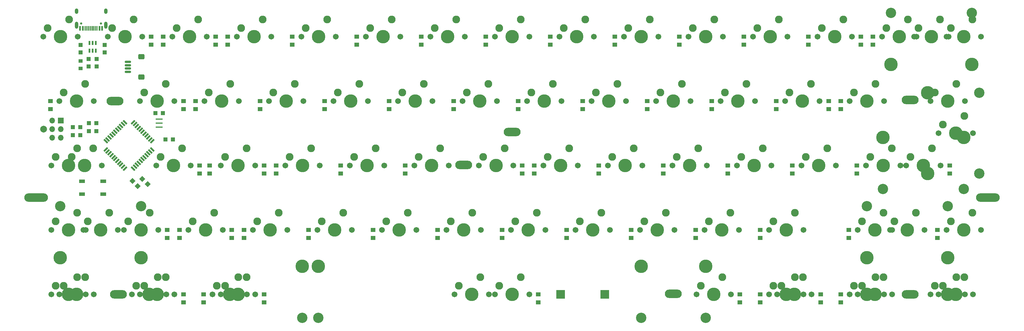
<source format=gbr>
G04 #@! TF.GenerationSoftware,KiCad,Pcbnew,(5.99.0-10216-g675444a646)*
G04 #@! TF.CreationDate,2021-04-25T23:19:06+08:00*
G04 #@! TF.ProjectId,plain60-flex-edition,706c6169-6e36-4302-9d66-6c65782d6564,rev?*
G04 #@! TF.SameCoordinates,Original*
G04 #@! TF.FileFunction,Soldermask,Bot*
G04 #@! TF.FilePolarity,Negative*
%FSLAX46Y46*%
G04 Gerber Fmt 4.6, Leading zero omitted, Abs format (unit mm)*
G04 Created by KiCad (PCBNEW (5.99.0-10216-g675444a646)) date 2021-04-25 23:19:06*
%MOMM*%
%LPD*%
G01*
G04 APERTURE LIST*
G04 Aperture macros list*
%AMRoundRect*
0 Rectangle with rounded corners*
0 $1 Rounding radius*
0 $2 $3 $4 $5 $6 $7 $8 $9 X,Y pos of 4 corners*
0 Add a 4 corners polygon primitive as box body*
4,1,4,$2,$3,$4,$5,$6,$7,$8,$9,$2,$3,0*
0 Add four circle primitives for the rounded corners*
1,1,$1+$1,$2,$3*
1,1,$1+$1,$4,$5*
1,1,$1+$1,$6,$7*
1,1,$1+$1,$8,$9*
0 Add four rect primitives between the rounded corners*
20,1,$1+$1,$2,$3,$4,$5,0*
20,1,$1+$1,$4,$5,$6,$7,0*
20,1,$1+$1,$6,$7,$8,$9,0*
20,1,$1+$1,$8,$9,$2,$3,0*%
%AMRotRect*
0 Rectangle, with rotation*
0 The origin of the aperture is its center*
0 $1 length*
0 $2 width*
0 $3 Rotation angle, in degrees counterclockwise*
0 Add horizontal line*
21,1,$1,$2,0,0,$3*%
G04 Aperture macros list end*
%ADD10C,2.286000*%
%ADD11C,1.701800*%
%ADD12C,3.987800*%
%ADD13C,3.048000*%
%ADD14O,7.000000X2.500000*%
%ADD15O,5.000000X2.500000*%
%ADD16R,1.400000X1.200000*%
%ADD17RotRect,1.500000X0.550000X315.000000*%
%ADD18RotRect,1.500000X0.550000X225.000000*%
%ADD19R,2.000000X0.400000*%
%ADD20R,1.700000X1.000000*%
%ADD21RotRect,1.200000X1.300000X135.000000*%
%ADD22C,2.000000*%
%ADD23R,1.300000X1.200000*%
%ADD24C,0.650000*%
%ADD25R,0.600000X1.450000*%
%ADD26R,0.300000X1.450000*%
%ADD27O,1.000000X2.100000*%
%ADD28O,1.000000X1.600000*%
%ADD29R,1.200000X1.250000*%
%ADD30R,1.300000X1.000000*%
%ADD31R,1.200000X1.300000*%
%ADD32R,0.600000X1.200000*%
%ADD33R,1.700000X1.700000*%
%ADD34O,1.700000X1.700000*%
%ADD35RoundRect,0.150000X-0.775000X0.150000X-0.775000X-0.150000X0.775000X-0.150000X0.775000X0.150000X0*%
%ADD36RoundRect,0.332800X-0.567200X0.467200X-0.567200X-0.467200X0.567200X-0.467200X0.567200X0.467200X0*%
%ADD37R,2.500000X2.500000*%
%ADD38RotRect,1.200000X1.250000X135.000000*%
G04 APERTURE END LIST*
D10*
X78740000Y-23495000D03*
X72390000Y-26035000D03*
D11*
X71120000Y-28575000D03*
X81280000Y-28575000D03*
D12*
X76200000Y-28575000D03*
D10*
X97790000Y-23495000D03*
X91440000Y-26035000D03*
D11*
X90170000Y-28575000D03*
X100330000Y-28575000D03*
D12*
X95250000Y-28575000D03*
D10*
X154940000Y-23495000D03*
X148590000Y-26035000D03*
D11*
X157480000Y-28575000D03*
X147320000Y-28575000D03*
D12*
X152400000Y-28575000D03*
D10*
X173990000Y-23495000D03*
X167640000Y-26035000D03*
D12*
X171450000Y-28575000D03*
D11*
X176530000Y-28575000D03*
X166370000Y-28575000D03*
D10*
X40640000Y-23495000D03*
X34290000Y-26035000D03*
D12*
X38100000Y-28575000D03*
D11*
X33020000Y-28575000D03*
X43180000Y-28575000D03*
D10*
X135890000Y-23495000D03*
X129540000Y-26035000D03*
D11*
X128270000Y-28575000D03*
X138430000Y-28575000D03*
D12*
X133350000Y-28575000D03*
D10*
X116840000Y-23495000D03*
X110490000Y-26035000D03*
D12*
X114300000Y-28575000D03*
D11*
X109220000Y-28575000D03*
X119380000Y-28575000D03*
D10*
X59690000Y-23495000D03*
X53340000Y-26035000D03*
D11*
X52070000Y-28575000D03*
X62230000Y-28575000D03*
D12*
X57150000Y-28575000D03*
D10*
X16827500Y-23495000D03*
X10477500Y-26035000D03*
D12*
X14287500Y-28575000D03*
D11*
X9207500Y-28575000D03*
X19367500Y-28575000D03*
D13*
X254762000Y-2540000D03*
D12*
X266700000Y-9525000D03*
D13*
X278638000Y-2540000D03*
D11*
X261620000Y-9525000D03*
D12*
X278638000Y-17780000D03*
X254762000Y-17780000D03*
D11*
X271780000Y-9525000D03*
D10*
X269240000Y-4445000D03*
X262890000Y-6985000D03*
X145415000Y-4445000D03*
X139065000Y-6985000D03*
D11*
X147955000Y-9525000D03*
X137795000Y-9525000D03*
D12*
X142875000Y-9525000D03*
D10*
X183515000Y-4445000D03*
X177165000Y-6985000D03*
D11*
X186055000Y-9525000D03*
X175895000Y-9525000D03*
D12*
X180975000Y-9525000D03*
D10*
X259715000Y-4445000D03*
X253365000Y-6985000D03*
D12*
X257175000Y-9525000D03*
D11*
X252095000Y-9525000D03*
X262255000Y-9525000D03*
D10*
X88265000Y-4445000D03*
X81915000Y-6985000D03*
D11*
X80645000Y-9525000D03*
D12*
X85725000Y-9525000D03*
D11*
X90805000Y-9525000D03*
D10*
X240665000Y-4445000D03*
X234315000Y-6985000D03*
D11*
X233045000Y-9525000D03*
D12*
X238125000Y-9525000D03*
D11*
X243205000Y-9525000D03*
D10*
X221615000Y-4445000D03*
X215265000Y-6985000D03*
D12*
X219075000Y-9525000D03*
D11*
X224155000Y-9525000D03*
X213995000Y-9525000D03*
D10*
X202565000Y-4445000D03*
X196215000Y-6985000D03*
D11*
X205105000Y-9525000D03*
D12*
X200025000Y-9525000D03*
D11*
X194945000Y-9525000D03*
D10*
X164465000Y-4445000D03*
X158115000Y-6985000D03*
D11*
X167005000Y-9525000D03*
X156845000Y-9525000D03*
D12*
X161925000Y-9525000D03*
D10*
X126365000Y-4445000D03*
X120015000Y-6985000D03*
D11*
X128905000Y-9525000D03*
D12*
X123825000Y-9525000D03*
D11*
X118745000Y-9525000D03*
D10*
X107315000Y-4445000D03*
X100965000Y-6985000D03*
D12*
X104775000Y-9525000D03*
D11*
X99695000Y-9525000D03*
X109855000Y-9525000D03*
D10*
X69215000Y-4445000D03*
X62865000Y-6985000D03*
D11*
X71755000Y-9525000D03*
D12*
X66675000Y-9525000D03*
D11*
X61595000Y-9525000D03*
D10*
X31115000Y-4445000D03*
X24765000Y-6985000D03*
D11*
X33655000Y-9525000D03*
X23495000Y-9525000D03*
D12*
X28575000Y-9525000D03*
D10*
X12065000Y-4445000D03*
X5715000Y-6985000D03*
D12*
X9525000Y-9525000D03*
D11*
X4445000Y-9525000D03*
X14605000Y-9525000D03*
D10*
X50165000Y-4445000D03*
X43815000Y-6985000D03*
D12*
X47625000Y-9525000D03*
D11*
X42545000Y-9525000D03*
X52705000Y-9525000D03*
D10*
X40640000Y-80645000D03*
X34290000Y-83185000D03*
D11*
X43180000Y-85725000D03*
D12*
X38100000Y-85725000D03*
D11*
X33020000Y-85725000D03*
D10*
X204946250Y-80645000D03*
X198596250Y-83185000D03*
D11*
X197326250Y-85725000D03*
D12*
X202406250Y-85725000D03*
D11*
X207486250Y-85725000D03*
D10*
X150177500Y-61595000D03*
X143827500Y-64135000D03*
D11*
X152717500Y-66675000D03*
X142557500Y-66675000D03*
D12*
X147637500Y-66675000D03*
D10*
X252571460Y-61595056D03*
X246221460Y-64135056D03*
D11*
X244951460Y-66675056D03*
X255111460Y-66675056D03*
D12*
X250031460Y-66675056D03*
D10*
X14446250Y-42545000D03*
X8096250Y-45085000D03*
D11*
X16986250Y-47625000D03*
X6826250Y-47625000D03*
D12*
X11906250Y-47625000D03*
D10*
X226377500Y-61595000D03*
X220027500Y-64135000D03*
D12*
X223837500Y-66675000D03*
D11*
X228917500Y-66675000D03*
X218757500Y-66675000D03*
D10*
X169227500Y-61595000D03*
X162877500Y-64135000D03*
D11*
X171767500Y-66675000D03*
D12*
X166687500Y-66675000D03*
D11*
X161607500Y-66675000D03*
D10*
X207327500Y-61595000D03*
X200977500Y-64135000D03*
D11*
X209867500Y-66675000D03*
D12*
X204787500Y-66675000D03*
D11*
X199707500Y-66675000D03*
D10*
X131127500Y-61595000D03*
X124777500Y-64135000D03*
D11*
X123507500Y-66675000D03*
D12*
X128587500Y-66675000D03*
D11*
X133667500Y-66675000D03*
D10*
X188277500Y-61595000D03*
X181927500Y-64135000D03*
D11*
X190817500Y-66675000D03*
D12*
X185737500Y-66675000D03*
D11*
X180657500Y-66675000D03*
D10*
X16827500Y-80645000D03*
X10477500Y-83185000D03*
D11*
X19367500Y-85725000D03*
X9207500Y-85725000D03*
D12*
X14287500Y-85725000D03*
D10*
X14446250Y-61595000D03*
X8096250Y-64135000D03*
D11*
X6826250Y-66675000D03*
X16986250Y-66675000D03*
D12*
X11906250Y-66675000D03*
D10*
X278765000Y-4445000D03*
X272415000Y-6985000D03*
D12*
X276225000Y-9525000D03*
D11*
X271145000Y-9525000D03*
X281305000Y-9525000D03*
D10*
X276383750Y-80645072D03*
X270033750Y-83185072D03*
D11*
X268763750Y-85725072D03*
X278923750Y-85725072D03*
D12*
X273843750Y-85725072D03*
D10*
X252571250Y-80645000D03*
X246221250Y-83185000D03*
D11*
X255111250Y-85725000D03*
D12*
X250031250Y-85725000D03*
D11*
X244951250Y-85725000D03*
D10*
X250190000Y-23495000D03*
X243840000Y-26035000D03*
D11*
X252730000Y-28575000D03*
X242570000Y-28575000D03*
D12*
X247650000Y-28575000D03*
D10*
X54927500Y-61595000D03*
X48577500Y-64135000D03*
D11*
X47307500Y-66675000D03*
D12*
X52387500Y-66675000D03*
D11*
X57467500Y-66675000D03*
D10*
X193040000Y-23495000D03*
X186690000Y-26035000D03*
D11*
X195580000Y-28575000D03*
D12*
X190500000Y-28575000D03*
D11*
X185420000Y-28575000D03*
D10*
X121602500Y-42545000D03*
X115252500Y-45085000D03*
D11*
X124142500Y-47625000D03*
D12*
X119062500Y-47625000D03*
D11*
X113982500Y-47625000D03*
D10*
X64452500Y-42545000D03*
X58102500Y-45085000D03*
D11*
X66992500Y-47625000D03*
X56832500Y-47625000D03*
D12*
X61912500Y-47625000D03*
D10*
X62071250Y-80645000D03*
X55721250Y-83185000D03*
D11*
X54451250Y-85725000D03*
X64611250Y-85725000D03*
D12*
X59531250Y-85725000D03*
D13*
X252380750Y-54610000D03*
D12*
X276256750Y-39370000D03*
D13*
X276256750Y-54610000D03*
D12*
X252380750Y-39370000D03*
D10*
X266858750Y-42545000D03*
X260508750Y-45085000D03*
D11*
X269398750Y-47625000D03*
D12*
X264318750Y-47625000D03*
D11*
X259238750Y-47625000D03*
D10*
X228758750Y-80645000D03*
X222408750Y-83185000D03*
D11*
X231298750Y-85725000D03*
X221138750Y-85725000D03*
D12*
X226218750Y-85725000D03*
D10*
X278765000Y-61595000D03*
X272415000Y-64135000D03*
D11*
X271145000Y-66675000D03*
D12*
X276225000Y-66675000D03*
D11*
X281305000Y-66675000D03*
D10*
X178752500Y-42545000D03*
X172402500Y-45085000D03*
D11*
X171132500Y-47625000D03*
X181292500Y-47625000D03*
D12*
X176212500Y-47625000D03*
D10*
X14446250Y-80645000D03*
X8096250Y-83185000D03*
D11*
X16986250Y-85725000D03*
D12*
X11906250Y-85725000D03*
D11*
X6826250Y-85725000D03*
D10*
X274002500Y-23495000D03*
X267652500Y-26035000D03*
D12*
X271462500Y-28575000D03*
D11*
X266382500Y-28575000D03*
X276542500Y-28575000D03*
D10*
X231140000Y-23495000D03*
X224790000Y-26035000D03*
D11*
X223520000Y-28575000D03*
X233680000Y-28575000D03*
D12*
X228600000Y-28575000D03*
D10*
X64452500Y-80645000D03*
X58102500Y-83185000D03*
D11*
X56832500Y-85725000D03*
D12*
X61912500Y-85725000D03*
D11*
X66992500Y-85725000D03*
D10*
X93027500Y-61595000D03*
X86677500Y-64135000D03*
D11*
X85407500Y-66675000D03*
X95567500Y-66675000D03*
D12*
X90487500Y-66675000D03*
D10*
X83502500Y-42545000D03*
X77152500Y-45085000D03*
D11*
X86042500Y-47625000D03*
X75882500Y-47625000D03*
D12*
X80962500Y-47625000D03*
D10*
X35877500Y-61595000D03*
X29527500Y-64135000D03*
D12*
X33337500Y-66675000D03*
D11*
X38417500Y-66675000D03*
X28257500Y-66675000D03*
D10*
X254952500Y-42545000D03*
X248602500Y-45085000D03*
D12*
X252412500Y-47625000D03*
D11*
X257492500Y-47625000D03*
X247332500Y-47625000D03*
D10*
X159702500Y-42545000D03*
X153352500Y-45085000D03*
D12*
X157162500Y-47625000D03*
D11*
X162242500Y-47625000D03*
X152082500Y-47625000D03*
D10*
X102552500Y-42545000D03*
X96202500Y-45085000D03*
D11*
X94932500Y-47625000D03*
D12*
X100012500Y-47625000D03*
D11*
X105092500Y-47625000D03*
D10*
X45402500Y-42545000D03*
X39052500Y-45085000D03*
D11*
X47942500Y-47625000D03*
D12*
X42862500Y-47625000D03*
D11*
X37782500Y-47625000D03*
D10*
X197802500Y-42545000D03*
X191452500Y-45085000D03*
D11*
X190182500Y-47625000D03*
D12*
X195262500Y-47625000D03*
D11*
X200342500Y-47625000D03*
D10*
X23971250Y-61595000D03*
X17621250Y-64135000D03*
D13*
X33369250Y-59690000D03*
D12*
X33369250Y-74930000D03*
D13*
X9493250Y-59690000D03*
D11*
X16351250Y-66675000D03*
D12*
X21431250Y-66675000D03*
D11*
X26511250Y-66675000D03*
D12*
X9493250Y-74930000D03*
D10*
X235902500Y-42545000D03*
X229552500Y-45085000D03*
D11*
X228282500Y-47625000D03*
X238442500Y-47625000D03*
D12*
X233362500Y-47625000D03*
D10*
X216852500Y-42545000D03*
X210502500Y-45085000D03*
D12*
X214312500Y-47625000D03*
D11*
X209232500Y-47625000D03*
X219392500Y-47625000D03*
D10*
X212090000Y-23495000D03*
X205740000Y-26035000D03*
D11*
X204470000Y-28575000D03*
D12*
X209550000Y-28575000D03*
D11*
X214630000Y-28575000D03*
D10*
X140652500Y-42545000D03*
X134302500Y-45085000D03*
D11*
X143192500Y-47625000D03*
X133032500Y-47625000D03*
D12*
X138112500Y-47625000D03*
D10*
X19208750Y-42545000D03*
X12858750Y-45085000D03*
D12*
X16668750Y-47625000D03*
D11*
X11588750Y-47625000D03*
X21748750Y-47625000D03*
D10*
X112077500Y-61595000D03*
X105727500Y-64135000D03*
D12*
X109537500Y-66675000D03*
D11*
X114617500Y-66675000D03*
X104457500Y-66675000D03*
D10*
X250190000Y-80645000D03*
X243840000Y-83185000D03*
D11*
X242570000Y-85725000D03*
X252730000Y-85725000D03*
D12*
X247650000Y-85725000D03*
D10*
X38258750Y-80645000D03*
X31908750Y-83185000D03*
D12*
X35718750Y-85725000D03*
D11*
X40798750Y-85725000D03*
X30638750Y-85725000D03*
D10*
X73977500Y-61595000D03*
X67627500Y-64135000D03*
D11*
X66357500Y-66675000D03*
D12*
X71437500Y-66675000D03*
D11*
X76517500Y-66675000D03*
D10*
X226377500Y-80645000D03*
X220027500Y-83185000D03*
D11*
X218757500Y-85725000D03*
X228917500Y-85725000D03*
D12*
X223837500Y-85725000D03*
D10*
X274002728Y-80645072D03*
X267652728Y-83185072D03*
D11*
X276542728Y-85725072D03*
D12*
X271462728Y-85725072D03*
D11*
X266382728Y-85725072D03*
D14*
X2381252Y-57125000D03*
X283368988Y-57125000D03*
D10*
X262096468Y-61595000D03*
X255746468Y-64135000D03*
D12*
X247618468Y-74930000D03*
X271494468Y-74930000D03*
D13*
X271494468Y-59690000D03*
D11*
X264636468Y-66675000D03*
X254476468Y-66675000D03*
D12*
X259556468Y-66675000D03*
D13*
X247618468Y-59690000D03*
X181006750Y-92710000D03*
X80930750Y-92710000D03*
D12*
X181006750Y-77470000D03*
X80930750Y-77470000D03*
D10*
X133508750Y-80645000D03*
X127158750Y-83185000D03*
D11*
X136048750Y-85725000D03*
X125888750Y-85725000D03*
D12*
X130968750Y-85725000D03*
D15*
X26625000Y-85725072D03*
X142875000Y-37750000D03*
X260430000Y-85725072D03*
X260425000Y-28227050D03*
X25600000Y-28575024D03*
X128587608Y-47425040D03*
X190500160Y-85525000D03*
D12*
X85693250Y-77470000D03*
D13*
X85693250Y-92710000D03*
X200056750Y-92710000D03*
D12*
X200056750Y-77470000D03*
D10*
X145415000Y-80645000D03*
X139065000Y-83185000D03*
D11*
X147955000Y-85725000D03*
D12*
X142875000Y-85725000D03*
D11*
X137795000Y-85725000D03*
D10*
X276383980Y-33020000D03*
X270033980Y-35560000D03*
D11*
X268763980Y-38100000D03*
D12*
X273843980Y-38100000D03*
D13*
X280828980Y-26162000D03*
D11*
X278923980Y-38100000D03*
D12*
X265588980Y-26162000D03*
X265588980Y-50038000D03*
D13*
X280828980Y-50038000D03*
D16*
X239911139Y-88115698D03*
X239911139Y-85715698D03*
X216098619Y-88115698D03*
X216098619Y-85715698D03*
X210145489Y-88115698D03*
X210145489Y-85715698D03*
X150614189Y-88115698D03*
X150614189Y-85715698D03*
X69651621Y-88115698D03*
X69651621Y-85715698D03*
X268486163Y-69065682D03*
X268486163Y-66665682D03*
X242292391Y-69065682D03*
X242292391Y-66665682D03*
X216098619Y-69065682D03*
X216098619Y-66665682D03*
X197048603Y-69065682D03*
X197048603Y-66665682D03*
X139898555Y-69065682D03*
X139898555Y-66665682D03*
X101798523Y-69065682D03*
X101798523Y-66665682D03*
X82748507Y-69065682D03*
X82748507Y-66665682D03*
X220861123Y-30965650D03*
X220861123Y-28565650D03*
X225623627Y-50015666D03*
X225623627Y-47615666D03*
X49410979Y-30965650D03*
X49410979Y-28565650D03*
X182761091Y-30965650D03*
X182761091Y-28565650D03*
X206573611Y-50015666D03*
X206573611Y-47615666D03*
X111323531Y-50015666D03*
X111323531Y-47615666D03*
X53578170Y-50015666D03*
X53578170Y-47615666D03*
X187523595Y-50015666D03*
X187523595Y-47615666D03*
X145851685Y-50015666D03*
X145851685Y-47615666D03*
X50601605Y-50015666D03*
X50601605Y-47615666D03*
X73223499Y-50015666D03*
X73223499Y-47615666D03*
X106561027Y-30965650D03*
X106561027Y-28565650D03*
X201811107Y-30965650D03*
X201811107Y-28565650D03*
X125611043Y-30965650D03*
X125611043Y-28565650D03*
X163711075Y-30965650D03*
X163711075Y-28565650D03*
X244673643Y-50015666D03*
X244673643Y-47615666D03*
X149423563Y-50015666D03*
X149423563Y-47615666D03*
X92273515Y-50015666D03*
X92273515Y-47615666D03*
X60126613Y-69065682D03*
X60126613Y-66665682D03*
X158948571Y-69065682D03*
X158948571Y-66665682D03*
X272058041Y-50015666D03*
X272058041Y-47615666D03*
X51792231Y-88115698D03*
X51792231Y-85715698D03*
X168473579Y-50015666D03*
X168473579Y-47615666D03*
X87511011Y-30965650D03*
X87511011Y-28565650D03*
X239911139Y-30965650D03*
X239911139Y-28565650D03*
X69651621Y-50015666D03*
X69651621Y-47615666D03*
X144661059Y-30965650D03*
X144661059Y-28565650D03*
X177998587Y-69065682D03*
X177998587Y-66665682D03*
X120848539Y-69065682D03*
X120848539Y-66665682D03*
X68460995Y-30965650D03*
X68460995Y-28565650D03*
D17*
X22906714Y-40469828D03*
X23472400Y-39904143D03*
X24038085Y-39338458D03*
X24603770Y-38772772D03*
X25169456Y-38207087D03*
X25735141Y-37641401D03*
X26300827Y-37075716D03*
X26866512Y-36510030D03*
X27432198Y-35944345D03*
X27997883Y-35378660D03*
X28563568Y-34812974D03*
D18*
X30967732Y-34812974D03*
X31533417Y-35378660D03*
X32099102Y-35944345D03*
X32664788Y-36510030D03*
X33230473Y-37075716D03*
X33796159Y-37641401D03*
X34361844Y-38207087D03*
X34927530Y-38772772D03*
X35493215Y-39338458D03*
X36058900Y-39904143D03*
X36624586Y-40469828D03*
D17*
X36624586Y-42873992D03*
X36058900Y-43439677D03*
X35493215Y-44005362D03*
X34927530Y-44571048D03*
X34361844Y-45136733D03*
X33796159Y-45702419D03*
X33230473Y-46268104D03*
X32664788Y-46833790D03*
X32099102Y-47399475D03*
X31533417Y-47965160D03*
X30967732Y-48530846D03*
D18*
X28563568Y-48530846D03*
X27997883Y-47965160D03*
X27432198Y-47399475D03*
X26866512Y-46833790D03*
X26300827Y-46268104D03*
X25735141Y-45702419D03*
X25169456Y-45136733D03*
X24603770Y-44571048D03*
X24038085Y-44005362D03*
X23472400Y-43439677D03*
X22906714Y-42873992D03*
D19*
X38695345Y-36323467D03*
X38695345Y-33923467D03*
X38695345Y-35123467D03*
D20*
X22200016Y-56073483D03*
X15900016Y-56073483D03*
X15900016Y-52273483D03*
X22200016Y-52273483D03*
D21*
X35267505Y-53126895D03*
X33711871Y-51571261D03*
D16*
X173236083Y-11915634D03*
X173236083Y-9515634D03*
X249436147Y-11915634D03*
X249436147Y-9515634D03*
X154186067Y-11915634D03*
X154186067Y-9515634D03*
X230386131Y-11915634D03*
X230386131Y-9515634D03*
X192286099Y-11915634D03*
X192286099Y-9515634D03*
X245864269Y-11915634D03*
X245864269Y-9515634D03*
X45839101Y-30965650D03*
X45839101Y-28565650D03*
X6548443Y-30965650D03*
X6548443Y-28565650D03*
X211336115Y-11915634D03*
X211336115Y-9515634D03*
X116086035Y-11915634D03*
X116086035Y-9515634D03*
X55364109Y-11915634D03*
X55364109Y-9515634D03*
X77986003Y-11915634D03*
X77986003Y-9515634D03*
X135136051Y-11915634D03*
X135136051Y-9515634D03*
X97036019Y-11915634D03*
X97036019Y-9515634D03*
X58935987Y-11915634D03*
X58935987Y-9515634D03*
D22*
X4524382Y-36909406D03*
D16*
X233958009Y-88115698D03*
X233958009Y-85715698D03*
D23*
X17859390Y-18364077D03*
X17859390Y-16164077D03*
D24*
X15678000Y-5630000D03*
X21458000Y-5630000D03*
D25*
X15343000Y-7075000D03*
X16118000Y-7075000D03*
D26*
X16818000Y-7075000D03*
X17318000Y-7075000D03*
X17818000Y-7075000D03*
X18318000Y-7075000D03*
X18818000Y-7075000D03*
X19318000Y-7075000D03*
X19818000Y-7075000D03*
X20318000Y-7075000D03*
D25*
X21018000Y-7075000D03*
X21793000Y-7075000D03*
D27*
X22888000Y-6160000D03*
X14248000Y-6160000D03*
D28*
X22888000Y-1980000D03*
X14248000Y-1980000D03*
D16*
X63698491Y-69065682D03*
X63698491Y-66665682D03*
D29*
X39795345Y-32146902D03*
X37595345Y-32146902D03*
X17950016Y-37504719D03*
X20150016Y-37504719D03*
D16*
X41076597Y-69065682D03*
X41076597Y-66665682D03*
X236339261Y-30965650D03*
X236339261Y-28565650D03*
D30*
X15478138Y-18959390D03*
X15478138Y-16759390D03*
D16*
X36314093Y-11915634D03*
X36314093Y-9515634D03*
X44648475Y-69065682D03*
X44648475Y-66665682D03*
D23*
X20240642Y-16164077D03*
X20240642Y-18364077D03*
D29*
X15387512Y-36314093D03*
X13187512Y-36314093D03*
X42771910Y-39885971D03*
X40571910Y-39885971D03*
D31*
X15387512Y-38695345D03*
X13187512Y-38695345D03*
D23*
X22621894Y-11996886D03*
X22621894Y-14196886D03*
D16*
X39885971Y-11915634D03*
X39885971Y-9515634D03*
X45839101Y-88115698D03*
X45839101Y-85715698D03*
D32*
X18100016Y-11351573D03*
X19050016Y-11351573D03*
X20000016Y-11351573D03*
X20000016Y-13651573D03*
X19050016Y-13651573D03*
X18100016Y-13651573D03*
D33*
X9604382Y-34369406D03*
D34*
X7064382Y-34369406D03*
X9604382Y-36909406D03*
X7064382Y-36909406D03*
X9604382Y-39449406D03*
X7064382Y-39449406D03*
D23*
X15478138Y-14196886D03*
X15478138Y-11996886D03*
D35*
X29401589Y-16954703D03*
X29401589Y-17954703D03*
X29401589Y-18954703D03*
X29401589Y-19954703D03*
D36*
X33426589Y-15454703D03*
X33426589Y-21454703D03*
D37*
X157211075Y-85725072D03*
X170211075Y-85725072D03*
D29*
X17950016Y-35123467D03*
X20150016Y-35123467D03*
D38*
X32329406Y-53760674D03*
X30773772Y-52205040D03*
M02*

</source>
